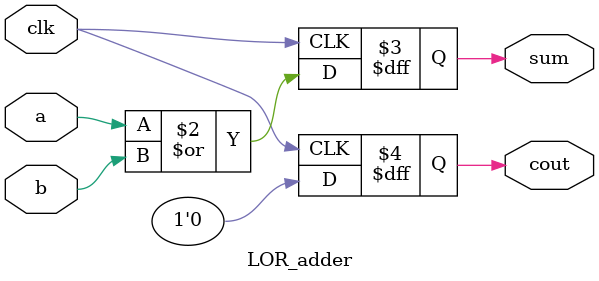
<source format=v>
`timescale 1ns / 1ps


module LOR_adder(a,b,sum,cout,clk);
    input a,b,clk;
    output reg sum,cout;
    
    always@(posedge clk)
    begin
    sum<=a|b;
    cout<=0;
    end
endmodule

</source>
